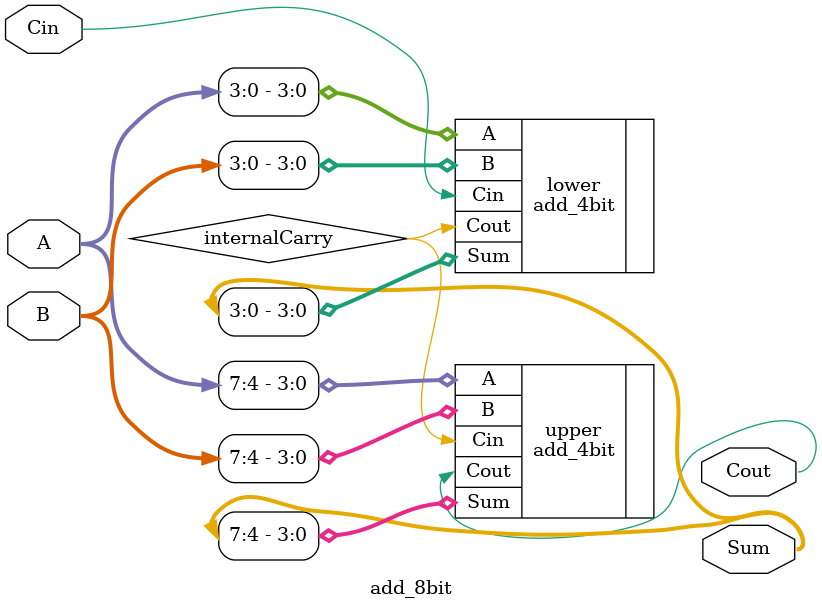
<source format=v>
module add_8bit (
    input [7:0] A, B,
    input Cin,
    output [7:0] Sum,
    output Cout
);
//8bit ripple carry adder. NO SUBTRACTION

wire internalCarry;


add_4bit lower(
    .A(A[3:0]),
    .B(B[3:0]),
    .Cin(Cin),
    .Sum(Sum[3:0]),
    .Cout(internalCarry)
);

add_4bit upper(
    .A(A[7:4]),
    .B(B[7:4]),
    .Cin(internalCarry),
    .Sum(Sum[7:4]),
    .Cout(Cout)
);

endmodule
</source>
